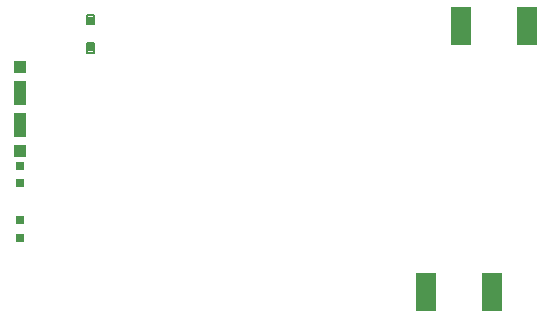
<source format=gbr>
G04 EAGLE Gerber RS-274X export*
G75*
%MOMM*%
%FSLAX34Y34*%
%LPD*%
%INSolderpaste Top*%
%IPPOS*%
%AMOC8*
5,1,8,0,0,1.08239X$1,22.5*%
G01*
%ADD10R,1.100000X1.000000*%
%ADD11R,0.800000X0.800000*%
%ADD12R,1.000000X1.100000*%
%ADD13R,1.800000X3.200000*%
%ADD14C,0.200000*%


D10*
X-252413Y111688D03*
X-252413Y94688D03*
D11*
X-252413Y67113D03*
X-252413Y82113D03*
X-252413Y21075D03*
X-252413Y36075D03*
D10*
X-252413Y148663D03*
X-252413Y165663D03*
D12*
X-252413Y138675D03*
X-252413Y121675D03*
D13*
X177225Y200025D03*
X121225Y200025D03*
X147488Y-24549D03*
X91488Y-24549D03*
D14*
X-189088Y177675D02*
X-189088Y185675D01*
X-189088Y177675D02*
X-195088Y177675D01*
X-195088Y185675D01*
X-189088Y185675D01*
X-189088Y179575D02*
X-195088Y179575D01*
X-195088Y181475D02*
X-189088Y181475D01*
X-189088Y183375D02*
X-195088Y183375D01*
X-195088Y185275D02*
X-189088Y185275D01*
X-189088Y201675D02*
X-189088Y209675D01*
X-189088Y201675D02*
X-195088Y201675D01*
X-195088Y209675D01*
X-189088Y209675D01*
X-189088Y203575D02*
X-195088Y203575D01*
X-195088Y205475D02*
X-189088Y205475D01*
X-189088Y207375D02*
X-195088Y207375D01*
X-195088Y209275D02*
X-189088Y209275D01*
M02*

</source>
